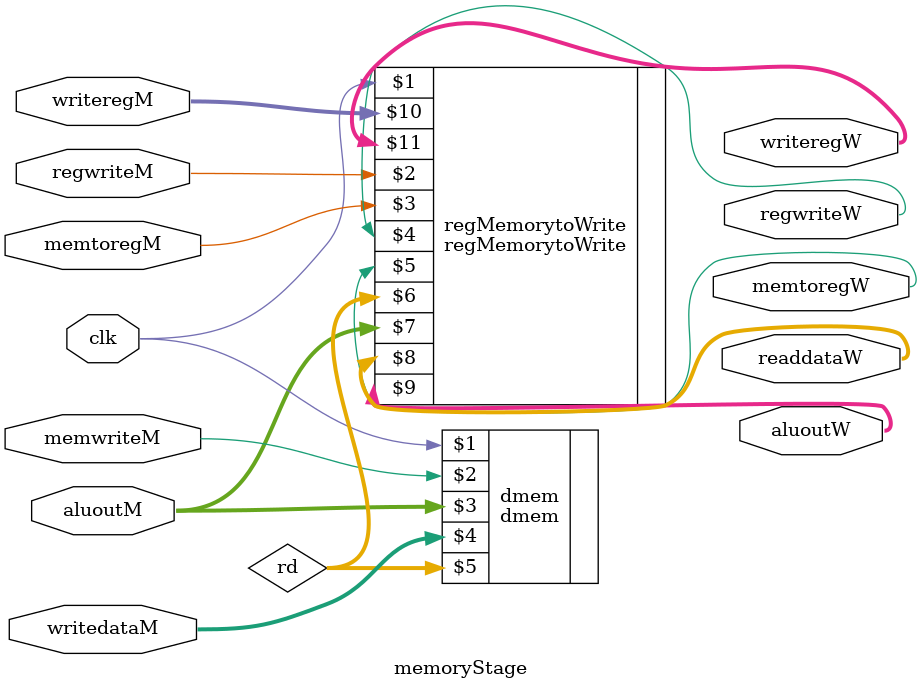
<source format=sv>
`timescale 1ns / 1ps


module memoryStage(
input logic clk,
input logic regwriteM, memtoregM, memwriteM,
input logic [31:0] aluoutM,writedataM,
input logic [4:0] writeregM,
output logic regwriteW, memtoregW,
output logic [31:0] readdataW, aluoutW,
output logic [4:0] writeregW
    );
    logic [31:0] rd;
    
    dmem dmem(clk, memwriteM,  aluoutM, writedataM, rd);
    regMemorytoWrite regMemorytoWrite(clk, regwriteM, memtoregM, regwriteW, memtoregW,
                                        rd, aluoutM, readdataW, aluoutW, writeregM, writeregW);
endmodule

</source>
